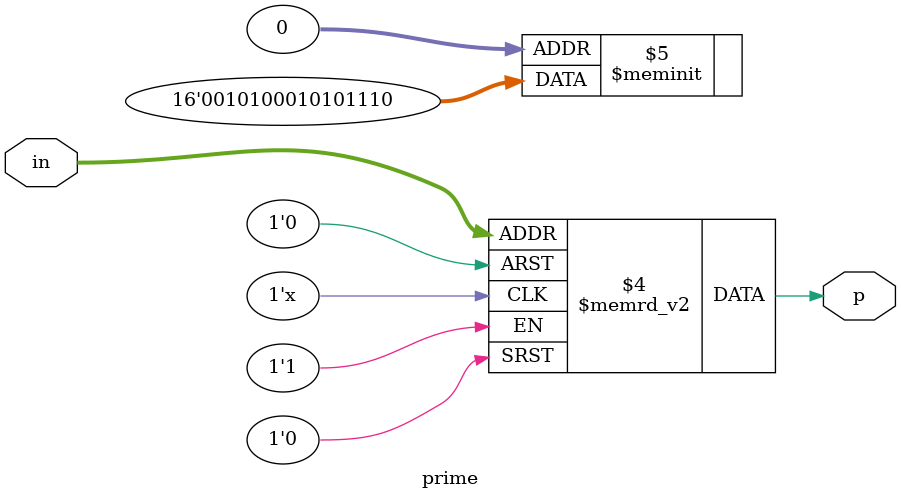
<source format=v>
module prime(in,p);
input [3:0]in;
output reg p;

always@(*)begin
   case (in)
     0  : p=0;
     1   : p = 1;
     2   : p= 1;
     3   : p = 1;
     4   : p = 0;
     5   : p = 1;
     6   : p= 0;
     7   : p = 1;
     8   : p=0;
     9   : p = 0;
     10   : p = 0;
     11  : p = 1;
     12   : p = 0;
     13  : p = 1;
     14   : p = 0; 
     default : p = 0;
  endcase



end



endmodule

</source>
